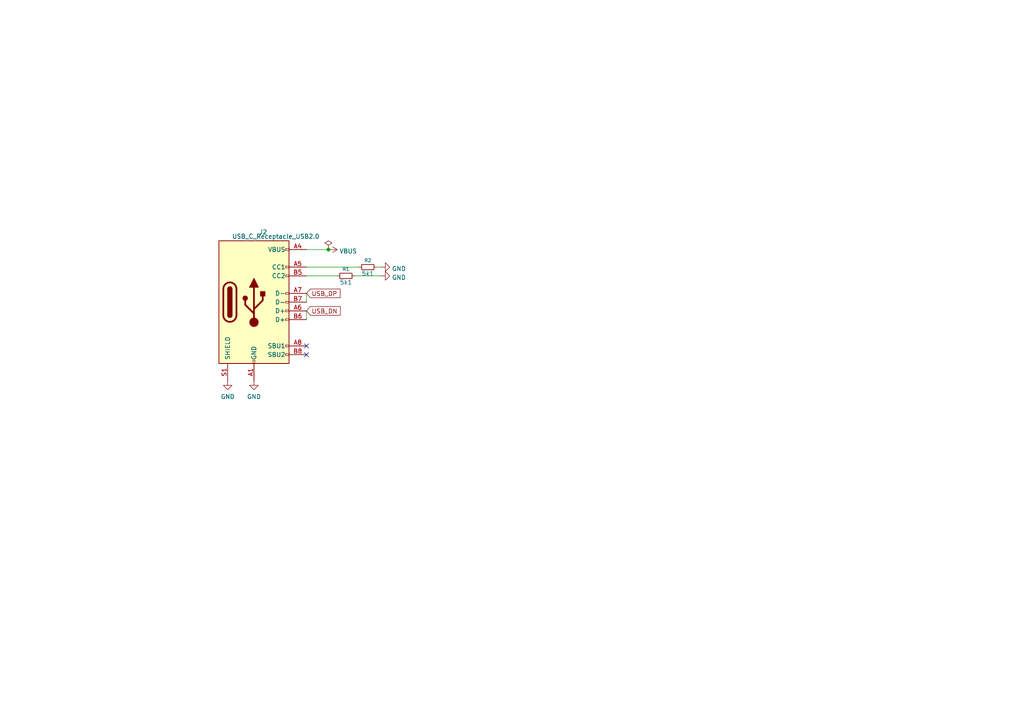
<source format=kicad_sch>
(kicad_sch (version 20210621) (generator eeschema)
  (paper "A4")
  (title_block (title "RP2040 Game Boy Cart") (date "2021-08-31") (rev "0.2a") (company "Mahyar Koshkouei") (comment 1 "All Rights Reserved") (comment 2 "Compatible with DMG, MGB, & CGB. Collectively referred to as \"GB\" here."))
  (lib_symbols
    (symbol "Connector:USB_C_Receptacle_USB2.0" (pin_names (offset 1.016))
      (property "Reference" "J" (at -10.16 19.05 0))
      (property "Value" "USB_C_Receptacle_USB2.0" (at 19.05 19.05 0))
      (symbol "USB_C_Receptacle_USB2.0_0_0"
        (rectangle (start -0.254 -17.78) (end 0.254 -16.764))
        (rectangle (start 10.16 -14.986) (end 9.144 -15.494))
        (rectangle (start 10.16 -12.446) (end 9.144 -12.954))
        (rectangle (start 10.16 -4.826) (end 9.144 -5.334))
        (rectangle (start 10.16 -2.286) (end 9.144 -2.794))
        (rectangle (start 10.16 0.254) (end 9.144 -0.254))
        (rectangle (start 10.16 2.794) (end 9.144 2.286))
        (rectangle (start 10.16 7.874) (end 9.144 7.366))
        (rectangle (start 10.16 10.414) (end 9.144 9.906))
        (rectangle (start 10.16 15.494) (end 9.144 14.986))
      )
      (symbol "USB_C_Receptacle_USB2.0_0_1"
        (arc (start -8.89 -3.81) (end -5.08 -3.81) (radius (at -6.985 -3.81) (length 1.905) (angles -179.9 -0.1)) (stroke (width 0.508)))
        (arc (start -7.62 -3.81) (end -6.35 -3.81) (radius (at -6.985 -3.81) (length 0.635) (angles -179.9 -0.1)) (stroke (width 0.254)))
        (arc (start -6.35 3.81) (end -7.62 3.81) (radius (at -6.985 3.81) (length 0.635) (angles 0.1 179.9)) (stroke (width 0.254)))
        (arc (start -5.08 3.81) (end -8.89 3.81) (radius (at -6.985 3.81) (length 1.905) (angles 0.1 179.9)) (stroke (width 0.508)))
        (arc (start -7.62 -3.81) (end -6.35 -3.81) (radius (at -6.985 -3.81) (length 0.635) (angles -179.9 -0.1)) (stroke (width 0.254)) (fill (type outline)))
        (arc (start -6.35 3.81) (end -7.62 3.81) (radius (at -6.985 3.81) (length 0.635) (angles 0.1 179.9)) (stroke (width 0.254)) (fill (type outline)))
        (circle (center -2.54 1.143) (radius 0.635) (stroke (width 0.254)) (fill (type outline)))
        (circle (center 0 -5.842) (radius 1.27) (fill (type outline)))
        (rectangle (start -7.62 -3.81) (end -6.35 3.81) (stroke (width 0.254)) (fill (type outline)))
        (rectangle (start 1.905 1.778) (end 3.175 3.048) (stroke (width 0.254)) (fill (type outline)))
        (rectangle (start -10.16 17.78) (end 10.16 -17.78) (stroke (width 0.254)) (fill (type background)))
        (polyline (pts (xy -8.89 -3.81) (xy -8.89 3.81)) (stroke (width 0.508)))
        (polyline (pts (xy -5.08 3.81) (xy -5.08 -3.81)) (stroke (width 0.508)))
        (polyline (pts (xy 0 -5.842) (xy 0 4.318)) (stroke (width 0.508)))
        (polyline (pts (xy 0 -3.302) (xy -2.54 -0.762) (xy -2.54 0.508)) (stroke (width 0.508)))
        (polyline (pts (xy 0 -2.032) (xy 2.54 0.508) (xy 2.54 1.778)) (stroke (width 0.508)))
        (polyline (pts (xy -1.27 4.318) (xy 0 6.858) (xy 1.27 4.318) (xy -1.27 4.318)) (stroke (width 0.254)) (fill (type outline)))
      )
      (symbol "USB_C_Receptacle_USB2.0_1_1"
        (pin passive line (at 0 -22.86 90) (length 5.08) (name "GND") (number "A1"))
        (pin passive line (at 0 -22.86 90) (length 5.08) hide (name "GND") (number "A12"))
        (pin passive line (at 15.24 15.24 180) (length 5.08) (name "VBUS") (number "A4"))
        (pin bidirectional line (at 15.24 10.16 180) (length 5.08) (name "CC1") (number "A5"))
        (pin bidirectional line (at 15.24 -2.54 180) (length 5.08) (name "D+") (number "A6"))
        (pin bidirectional line (at 15.24 2.54 180) (length 5.08) (name "D-") (number "A7"))
        (pin bidirectional line (at 15.24 -12.7 180) (length 5.08) (name "SBU1") (number "A8"))
        (pin passive line (at 15.24 15.24 180) (length 5.08) hide (name "VBUS") (number "A9"))
        (pin passive line (at 0 -22.86 90) (length 5.08) hide (name "GND") (number "B1"))
        (pin passive line (at 0 -22.86 90) (length 5.08) hide (name "GND") (number "B12"))
        (pin passive line (at 15.24 15.24 180) (length 5.08) hide (name "VBUS") (number "B4"))
        (pin bidirectional line (at 15.24 7.62 180) (length 5.08) (name "CC2") (number "B5"))
        (pin bidirectional line (at 15.24 -5.08 180) (length 5.08) (name "D+") (number "B6"))
        (pin bidirectional line (at 15.24 0 180) (length 5.08) (name "D-") (number "B7"))
        (pin bidirectional line (at 15.24 -15.24 180) (length 5.08) (name "SBU2") (number "B8"))
        (pin passive line (at 15.24 15.24 180) (length 5.08) hide (name "VBUS") (number "B9"))
        (pin passive line (at -7.62 -22.86 90) (length 5.08) (name "SHIELD") (number "S1"))
      )
    )
    (symbol "Device:R_Small" (pin_numbers hide) (pin_names (offset 0.254) hide)
      (property "Reference" "R" (at 0.762 0.508 0))
      (property "Value" "R_Small" (at 0.762 -1.016 0))
      (symbol "R_Small_0_1"
        (rectangle (start -0.762 1.778) (end 0.762 -1.778) (stroke (width 0.2032)))
      )
      (symbol "R_Small_1_1"
        (pin passive line (at 0 2.54 270) (length 0.762) (name "~") (number "1"))
        (pin passive line (at 0 -2.54 90) (length 0.762) (name "~") (number "2"))
      )
    )
    (symbol "power:GND" (power) (pin_names (offset 0))
      (property "Value" "GND" (at 0 -3.81 0))
      (symbol "GND_0_1"
        (polyline (pts (xy 0 0) (xy 0 -1.27) (xy 1.27 -1.27) (xy 0 -2.54) (xy -1.27 -1.27) (xy 0 -1.27)))
      )
      (symbol "GND_1_1"
        (pin power_in line (at 0 0 270) (length 0) hide (name "GND") (number "1"))
      )
    )
    (symbol "power:PWR_FLAG" (power) (pin_numbers hide) (pin_names (offset 0) hide)
      (property "Value" "PWR_FLAG" (at 0 3.81 0))
      (symbol "PWR_FLAG_0_0"
        (pin power_out line (at 0 0 90) (length 0) (name "pwr") (number "1"))
      )
      (symbol "PWR_FLAG_0_1"
        (polyline (pts (xy 0 0) (xy 0 1.27) (xy -1.016 1.905) (xy 0 2.54) (xy 1.016 1.905) (xy 0 1.27)))
      )
    )
    (symbol "power:VBUS" (power) (pin_names (offset 0))
      (property "Value" "VBUS" (at 0 3.81 0))
      (symbol "VBUS_0_1"
        (polyline (pts (xy -0.762 1.27) (xy 0 2.54)))
        (polyline (pts (xy 0 0) (xy 0 2.54)))
        (polyline (pts (xy 0 2.54) (xy 0.762 1.27)))
      )
      (symbol "VBUS_1_1"
        (pin power_in line (at 0 0 90) (length 0) hide (name "VBUS") (number "1"))
      )
    )
  )
  (junction (at 95.25 72.39) (diameter 0.9144))
  (no_connect (at 88.9 100.33))
  (no_connect (at 88.9 102.87))
  (wire (pts (xy 88.9 72.39) (xy 95.25 72.39)))
  (wire (pts (xy 88.9 77.47) (xy 104.14 77.47)))
  (wire (pts (xy 88.9 80.01) (xy 97.79 80.01)))
  (wire (pts (xy 88.9 85.09) (xy 88.9 87.63)))
  (wire (pts (xy 88.9 90.17) (xy 88.9 92.71)))
  (wire (pts (xy 102.87 80.01) (xy 110.49 80.01)))
  (wire (pts (xy 109.22 77.47) (xy 110.49 77.47)))
  (global_label "USB_DP" (shape input) (at 88.9 85.09 0) (property "Intersheet References" "${INTERSHEET_REFS}" (effects hide)))
  (global_label "USB_DN" (shape input) (at 88.9 90.17 0) (property "Intersheet References" "${INTERSHEET_REFS}" (effects hide)))
  (symbol (lib_id "power:VBUS") (at 95.25 72.39 270) (unit 1)
    (property "Reference" "#PWR024" (effects hide))
    (property "Value" "VBUS" (at 98.4251 72.869 90) (effects (justify left)))
  )
  (symbol (lib_id "power:PWR_FLAG") (at 95.25 72.39 0) (unit 1)
    (property "Reference" "#FLG03" (effects hide))
    (property "Value" "PWR_FLAG" (effects hide))
  )
  (symbol (lib_id "power:GND") (at 66.04 110.49 0) (unit 1)
    (property "Reference" "#PWR022" (effects hide))
    (property "Value" "GND" (at 66.04 115.0526 0))
  )
  (symbol (lib_id "power:GND") (at 73.66 110.49 0) (unit 1)
    (property "Reference" "#PWR023" (effects hide))
    (property "Value" "GND" (at 73.66 115.0526 0))
  )
  (symbol (lib_id "power:GND") (at 110.49 77.47 90) (unit 1)
    (property "Reference" "#PWR025" (effects hide))
    (property "Value" "GND" (at 113.6651 77.949 90) (effects (justify right)))
  )
  (symbol (lib_id "power:GND") (at 110.49 80.01 90) (unit 1)
    (property "Reference" "#PWR026" (effects hide))
    (property "Value" "GND" (at 113.6651 80.489 90) (effects (justify right)))
  )
  (symbol (lib_id "Device:R_Small") (at 100.33 80.01 270) (unit 1)
    (property "Reference" "R1" (at 100.33 78.0818 90) (effects (font (size 1 1))))
    (property "Value" "5k1" (at 100.33 81.8919 90))
    (property "Footprint" "Resistor_SMD:R_0603_1608Metric" (effects hide))
    (property "LCSC" "C23186" (effects hide))
    (property "Description" "±1% ±100ppm/℃ 5.1kΩ 0.1W 0603 Chip Resistor - Surface Mount ROHS " (effects hide))
    (property "MFr" "0603WAF5101T5E" (effects hide))
    (property "Manufacturer" " UNI-ROYAL(Uniroyal Elec) " (effects hide))
    (property "Notes" "Alternative manufacturer is acceptable" (effects hide))
  )
  (symbol (lib_id "Device:R_Small") (at 106.68 77.47 90) (unit 1)
    (property "Reference" "R2" (at 106.68 75.5418 90) (effects (font (size 1 1))))
    (property "Value" "5k1" (at 106.68 79.3519 90))
    (property "Footprint" "Resistor_SMD:R_0603_1608Metric" (effects hide))
    (property "LCSC" "C23186" (effects hide))
    (property "Description" "±1% ±100ppm/℃ 5.1kΩ 0.1W 0603 Chip Resistor - Surface Mount ROHS " (effects hide))
    (property "MFr" "0603WAF5101T5E" (effects hide))
    (property "Manufacturer" " UNI-ROYAL(Uniroyal Elec) " (effects hide))
    (property "Notes" "Alternative manufacturer is acceptable" (effects hide))
  )
  (symbol (lib_id "Connector:USB_C_Receptacle_USB2.0") (at 73.66 87.63 0) (unit 1)
    (property "Reference" "J2" (at 76.327 67.31 0))
    (property "Value" "USB_C_Receptacle_USB2.0" (at 92.71 68.58 0) (effects (justify right)))
    (property "Footprint" "Connector_USB:USB_C_Receptacle_Palconn_UTC16-G" (effects hide))
    (property "Datasheet" "https://www.usb.org/sites/default/files/documents/usb_type-c.zip" (effects hide))
    (property "LCSC" "C167321" (effects hide))
    (property "MFr" "918-418K2023S40001" (effects hide))
    (property "Description" " Receptacle USB - Type C 16 SMD USB Connectors ROHS " (effects hide))
    (property "Manufacturer" " Jing Extension of the Electronic Co. " (effects hide))
  )
)
</source>
